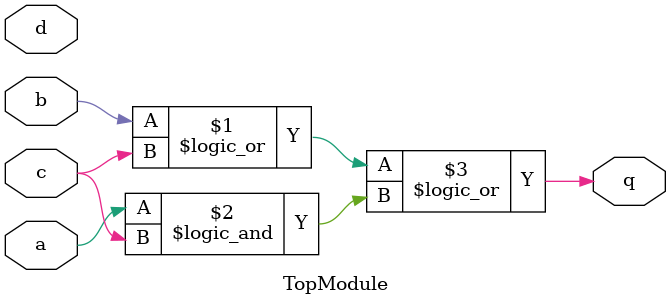
<source format=sv>
module TopModule (
    input logic a,
    input logic b,
    input logic c,
    input logic d,
    output logic q
);

    assign q = (b || c) || (a && c);

endmodule
</source>
